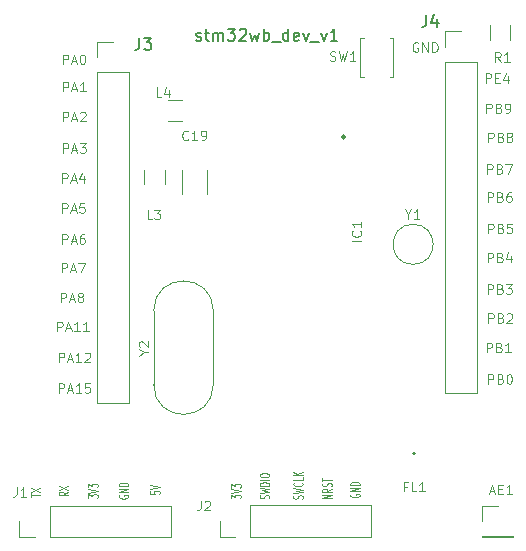
<source format=gto>
G04 #@! TF.GenerationSoftware,KiCad,Pcbnew,5.1.6-c6e7f7d~87~ubuntu18.04.1*
G04 #@! TF.CreationDate,2020-08-15T23:02:31+05:30*
G04 #@! TF.ProjectId,stm32wb_Dev_v1,73746d33-3277-4625-9f44-65765f76312e,rev?*
G04 #@! TF.SameCoordinates,Original*
G04 #@! TF.FileFunction,Legend,Top*
G04 #@! TF.FilePolarity,Positive*
%FSLAX46Y46*%
G04 Gerber Fmt 4.6, Leading zero omitted, Abs format (unit mm)*
G04 Created by KiCad (PCBNEW 5.1.6-c6e7f7d~87~ubuntu18.04.1) date 2020-08-15 23:02:31*
%MOMM*%
%LPD*%
G01*
G04 APERTURE LIST*
%ADD10C,0.200000*%
%ADD11C,0.100000*%
%ADD12C,0.250000*%
%ADD13C,0.120000*%
%ADD14C,0.150000*%
G04 APERTURE END LIST*
D10*
X99550649Y-51387641D02*
X99645887Y-51435260D01*
X99836363Y-51435260D01*
X99931601Y-51387641D01*
X99979220Y-51292403D01*
X99979220Y-51244784D01*
X99931601Y-51149546D01*
X99836363Y-51101927D01*
X99693506Y-51101927D01*
X99598268Y-51054308D01*
X99550649Y-50959070D01*
X99550649Y-50911451D01*
X99598268Y-50816213D01*
X99693506Y-50768594D01*
X99836363Y-50768594D01*
X99931601Y-50816213D01*
X100264935Y-50768594D02*
X100645887Y-50768594D01*
X100407792Y-50435260D02*
X100407792Y-51292403D01*
X100455411Y-51387641D01*
X100550649Y-51435260D01*
X100645887Y-51435260D01*
X100979220Y-51435260D02*
X100979220Y-50768594D01*
X100979220Y-50863832D02*
X101026840Y-50816213D01*
X101122078Y-50768594D01*
X101264935Y-50768594D01*
X101360173Y-50816213D01*
X101407792Y-50911451D01*
X101407792Y-51435260D01*
X101407792Y-50911451D02*
X101455411Y-50816213D01*
X101550649Y-50768594D01*
X101693506Y-50768594D01*
X101788744Y-50816213D01*
X101836363Y-50911451D01*
X101836363Y-51435260D01*
X102217316Y-50435260D02*
X102836363Y-50435260D01*
X102503030Y-50816213D01*
X102645887Y-50816213D01*
X102741125Y-50863832D01*
X102788744Y-50911451D01*
X102836363Y-51006689D01*
X102836363Y-51244784D01*
X102788744Y-51340022D01*
X102741125Y-51387641D01*
X102645887Y-51435260D01*
X102360173Y-51435260D01*
X102264935Y-51387641D01*
X102217316Y-51340022D01*
X103217316Y-50530499D02*
X103264935Y-50482880D01*
X103360173Y-50435260D01*
X103598268Y-50435260D01*
X103693506Y-50482880D01*
X103741125Y-50530499D01*
X103788744Y-50625737D01*
X103788744Y-50720975D01*
X103741125Y-50863832D01*
X103169697Y-51435260D01*
X103788744Y-51435260D01*
X104122078Y-50768594D02*
X104312554Y-51435260D01*
X104503030Y-50959070D01*
X104693506Y-51435260D01*
X104883982Y-50768594D01*
X105264935Y-51435260D02*
X105264935Y-50435260D01*
X105264935Y-50816213D02*
X105360173Y-50768594D01*
X105550649Y-50768594D01*
X105645887Y-50816213D01*
X105693506Y-50863832D01*
X105741125Y-50959070D01*
X105741125Y-51244784D01*
X105693506Y-51340022D01*
X105645887Y-51387641D01*
X105550649Y-51435260D01*
X105360173Y-51435260D01*
X105264935Y-51387641D01*
X105931601Y-51530499D02*
X106693506Y-51530499D01*
X107360173Y-51435260D02*
X107360173Y-50435260D01*
X107360173Y-51387641D02*
X107264935Y-51435260D01*
X107074459Y-51435260D01*
X106979220Y-51387641D01*
X106931601Y-51340022D01*
X106883982Y-51244784D01*
X106883982Y-50959070D01*
X106931601Y-50863832D01*
X106979220Y-50816213D01*
X107074459Y-50768594D01*
X107264935Y-50768594D01*
X107360173Y-50816213D01*
X108217316Y-51387641D02*
X108122078Y-51435260D01*
X107931601Y-51435260D01*
X107836363Y-51387641D01*
X107788744Y-51292403D01*
X107788744Y-50911451D01*
X107836363Y-50816213D01*
X107931601Y-50768594D01*
X108122078Y-50768594D01*
X108217316Y-50816213D01*
X108264935Y-50911451D01*
X108264935Y-51006689D01*
X107788744Y-51101927D01*
X108598268Y-50768594D02*
X108836363Y-51435260D01*
X109074459Y-50768594D01*
X109217316Y-51530499D02*
X109979220Y-51530499D01*
X110122078Y-50768594D02*
X110360173Y-51435260D01*
X110598268Y-50768594D01*
X111503030Y-51435260D02*
X110931601Y-51435260D01*
X111217316Y-51435260D02*
X111217316Y-50435260D01*
X111122078Y-50578118D01*
X111026840Y-50673356D01*
X110931601Y-50720975D01*
D11*
X111022084Y-90183708D02*
X110222084Y-90183708D01*
X111022084Y-89897994D01*
X110222084Y-89897994D01*
X111022084Y-89374184D02*
X110641132Y-89540851D01*
X111022084Y-89659899D02*
X110222084Y-89659899D01*
X110222084Y-89469422D01*
X110260180Y-89421803D01*
X110298275Y-89397994D01*
X110374465Y-89374184D01*
X110488751Y-89374184D01*
X110564941Y-89397994D01*
X110603037Y-89421803D01*
X110641132Y-89469422D01*
X110641132Y-89659899D01*
X110983989Y-89183708D02*
X111022084Y-89112280D01*
X111022084Y-88993232D01*
X110983989Y-88945613D01*
X110945894Y-88921803D01*
X110869703Y-88897994D01*
X110793513Y-88897994D01*
X110717322Y-88921803D01*
X110679227Y-88945613D01*
X110641132Y-88993232D01*
X110603037Y-89088470D01*
X110564941Y-89136089D01*
X110526846Y-89159899D01*
X110450656Y-89183708D01*
X110374465Y-89183708D01*
X110298275Y-89159899D01*
X110260180Y-89136089D01*
X110222084Y-89088470D01*
X110222084Y-88969422D01*
X110260180Y-88897994D01*
X110222084Y-88755137D02*
X110222084Y-88469422D01*
X111022084Y-88612280D02*
X110222084Y-88612280D01*
X108530349Y-90218912D02*
X108568444Y-90147483D01*
X108568444Y-90028436D01*
X108530349Y-89980817D01*
X108492254Y-89957007D01*
X108416063Y-89933198D01*
X108339873Y-89933198D01*
X108263682Y-89957007D01*
X108225587Y-89980817D01*
X108187492Y-90028436D01*
X108149397Y-90123674D01*
X108111301Y-90171293D01*
X108073206Y-90195102D01*
X107997016Y-90218912D01*
X107920825Y-90218912D01*
X107844635Y-90195102D01*
X107806540Y-90171293D01*
X107768444Y-90123674D01*
X107768444Y-90004626D01*
X107806540Y-89933198D01*
X107768444Y-89766531D02*
X108568444Y-89647483D01*
X107997016Y-89552245D01*
X108568444Y-89457007D01*
X107768444Y-89337960D01*
X108492254Y-88861769D02*
X108530349Y-88885579D01*
X108568444Y-88957007D01*
X108568444Y-89004626D01*
X108530349Y-89076055D01*
X108454159Y-89123674D01*
X108377968Y-89147483D01*
X108225587Y-89171293D01*
X108111301Y-89171293D01*
X107958920Y-89147483D01*
X107882730Y-89123674D01*
X107806540Y-89076055D01*
X107768444Y-89004626D01*
X107768444Y-88957007D01*
X107806540Y-88885579D01*
X107844635Y-88861769D01*
X108568444Y-88409388D02*
X108568444Y-88647483D01*
X107768444Y-88647483D01*
X108568444Y-88242721D02*
X107768444Y-88242721D01*
X108568444Y-87957007D02*
X108111301Y-88171293D01*
X107768444Y-87957007D02*
X108225587Y-88242721D01*
X105688089Y-90193203D02*
X105726184Y-90121775D01*
X105726184Y-90002727D01*
X105688089Y-89955108D01*
X105649994Y-89931299D01*
X105573803Y-89907489D01*
X105497613Y-89907489D01*
X105421422Y-89931299D01*
X105383327Y-89955108D01*
X105345232Y-90002727D01*
X105307137Y-90097965D01*
X105269041Y-90145584D01*
X105230946Y-90169394D01*
X105154756Y-90193203D01*
X105078565Y-90193203D01*
X105002375Y-90169394D01*
X104964280Y-90145584D01*
X104926184Y-90097965D01*
X104926184Y-89978918D01*
X104964280Y-89907489D01*
X104926184Y-89740822D02*
X105726184Y-89621775D01*
X105154756Y-89526537D01*
X105726184Y-89431299D01*
X104926184Y-89312251D01*
X105726184Y-89121775D02*
X104926184Y-89121775D01*
X104926184Y-89002727D01*
X104964280Y-88931299D01*
X105040470Y-88883680D01*
X105116660Y-88859870D01*
X105269041Y-88836060D01*
X105383327Y-88836060D01*
X105535708Y-88859870D01*
X105611899Y-88883680D01*
X105688089Y-88931299D01*
X105726184Y-89002727D01*
X105726184Y-89121775D01*
X105726184Y-88621775D02*
X104926184Y-88621775D01*
X104926184Y-88288441D02*
X104926184Y-88193203D01*
X104964280Y-88145584D01*
X105040470Y-88097965D01*
X105192851Y-88074156D01*
X105459518Y-88074156D01*
X105611899Y-88097965D01*
X105688089Y-88145584D01*
X105726184Y-88193203D01*
X105726184Y-88288441D01*
X105688089Y-88336060D01*
X105611899Y-88383680D01*
X105459518Y-88407489D01*
X105192851Y-88407489D01*
X105040470Y-88383680D01*
X104964280Y-88336060D01*
X104926184Y-88288441D01*
X102515724Y-90184527D02*
X102515724Y-89875003D01*
X102820486Y-90041670D01*
X102820486Y-89970241D01*
X102858581Y-89922622D01*
X102896677Y-89898813D01*
X102972867Y-89875003D01*
X103163343Y-89875003D01*
X103239534Y-89898813D01*
X103277629Y-89922622D01*
X103315724Y-89970241D01*
X103315724Y-90113099D01*
X103277629Y-90160718D01*
X103239534Y-90184527D01*
X102515724Y-89732146D02*
X103315724Y-89565480D01*
X102515724Y-89398813D01*
X102515724Y-89279765D02*
X102515724Y-88970241D01*
X102820486Y-89136908D01*
X102820486Y-89065480D01*
X102858581Y-89017860D01*
X102896677Y-88994051D01*
X102972867Y-88970241D01*
X103163343Y-88970241D01*
X103239534Y-88994051D01*
X103277629Y-89017860D01*
X103315724Y-89065480D01*
X103315724Y-89208337D01*
X103277629Y-89255956D01*
X103239534Y-89279765D01*
X95670424Y-89574358D02*
X95670424Y-89812453D01*
X96051377Y-89836262D01*
X96013281Y-89812453D01*
X95975186Y-89764834D01*
X95975186Y-89645786D01*
X96013281Y-89598167D01*
X96051377Y-89574358D01*
X96127567Y-89550548D01*
X96318043Y-89550548D01*
X96394234Y-89574358D01*
X96432329Y-89598167D01*
X96470424Y-89645786D01*
X96470424Y-89764834D01*
X96432329Y-89812453D01*
X96394234Y-89836262D01*
X95670424Y-89407691D02*
X96470424Y-89241024D01*
X95670424Y-89074358D01*
X112624920Y-89834672D02*
X112586824Y-89882291D01*
X112586824Y-89953720D01*
X112624920Y-90025148D01*
X112701110Y-90072767D01*
X112777300Y-90096577D01*
X112929681Y-90120386D01*
X113043967Y-90120386D01*
X113196348Y-90096577D01*
X113272539Y-90072767D01*
X113348729Y-90025148D01*
X113386824Y-89953720D01*
X113386824Y-89906100D01*
X113348729Y-89834672D01*
X113310634Y-89810862D01*
X113043967Y-89810862D01*
X113043967Y-89906100D01*
X113386824Y-89596577D02*
X112586824Y-89596577D01*
X113386824Y-89310862D01*
X112586824Y-89310862D01*
X113386824Y-89072767D02*
X112586824Y-89072767D01*
X112586824Y-88953720D01*
X112624920Y-88882291D01*
X112701110Y-88834672D01*
X112777300Y-88810862D01*
X112929681Y-88787053D01*
X113043967Y-88787053D01*
X113196348Y-88810862D01*
X113272539Y-88834672D01*
X113348729Y-88882291D01*
X113386824Y-88953720D01*
X113386824Y-89072767D01*
X93049140Y-89928652D02*
X93011044Y-89976271D01*
X93011044Y-90047700D01*
X93049140Y-90119128D01*
X93125330Y-90166747D01*
X93201520Y-90190557D01*
X93353901Y-90214366D01*
X93468187Y-90214366D01*
X93620568Y-90190557D01*
X93696759Y-90166747D01*
X93772949Y-90119128D01*
X93811044Y-90047700D01*
X93811044Y-90000080D01*
X93772949Y-89928652D01*
X93734854Y-89904842D01*
X93468187Y-89904842D01*
X93468187Y-90000080D01*
X93811044Y-89690557D02*
X93011044Y-89690557D01*
X93811044Y-89404842D01*
X93011044Y-89404842D01*
X93811044Y-89166747D02*
X93011044Y-89166747D01*
X93011044Y-89047700D01*
X93049140Y-88976271D01*
X93125330Y-88928652D01*
X93201520Y-88904842D01*
X93353901Y-88881033D01*
X93468187Y-88881033D01*
X93620568Y-88904842D01*
X93696759Y-88928652D01*
X93772949Y-88976271D01*
X93811044Y-89047700D01*
X93811044Y-89166747D01*
X90415164Y-90166747D02*
X90415164Y-89857223D01*
X90719926Y-90023890D01*
X90719926Y-89952461D01*
X90758021Y-89904842D01*
X90796117Y-89881033D01*
X90872307Y-89857223D01*
X91062783Y-89857223D01*
X91138974Y-89881033D01*
X91177069Y-89904842D01*
X91215164Y-89952461D01*
X91215164Y-90095319D01*
X91177069Y-90142938D01*
X91138974Y-90166747D01*
X90415164Y-89714366D02*
X91215164Y-89547700D01*
X90415164Y-89381033D01*
X90415164Y-89261985D02*
X90415164Y-88952461D01*
X90719926Y-89119128D01*
X90719926Y-89047700D01*
X90758021Y-89000080D01*
X90796117Y-88976271D01*
X90872307Y-88952461D01*
X91062783Y-88952461D01*
X91138974Y-88976271D01*
X91177069Y-89000080D01*
X91215164Y-89047700D01*
X91215164Y-89190557D01*
X91177069Y-89238176D01*
X91138974Y-89261985D01*
X85545984Y-90042952D02*
X85545984Y-89757238D01*
X86345984Y-89900095D02*
X85545984Y-89900095D01*
X85545984Y-89638190D02*
X86345984Y-89304857D01*
X85545984Y-89304857D02*
X86345984Y-89638190D01*
X88695484Y-89651353D02*
X88314532Y-89818020D01*
X88695484Y-89937067D02*
X87895484Y-89937067D01*
X87895484Y-89746591D01*
X87933580Y-89698972D01*
X87971675Y-89675162D01*
X88047865Y-89651353D01*
X88162151Y-89651353D01*
X88238341Y-89675162D01*
X88276437Y-89698972D01*
X88314532Y-89746591D01*
X88314532Y-89937067D01*
X87895484Y-89484686D02*
X88695484Y-89151353D01*
X87895484Y-89151353D02*
X88695484Y-89484686D01*
X118325976Y-51631900D02*
X118249785Y-51593804D01*
X118135500Y-51593804D01*
X118021214Y-51631900D01*
X117945023Y-51708090D01*
X117906928Y-51784280D01*
X117868833Y-51936661D01*
X117868833Y-52050947D01*
X117906928Y-52203328D01*
X117945023Y-52279519D01*
X118021214Y-52355709D01*
X118135500Y-52393804D01*
X118211690Y-52393804D01*
X118325976Y-52355709D01*
X118364071Y-52317614D01*
X118364071Y-52050947D01*
X118211690Y-52050947D01*
X118706928Y-52393804D02*
X118706928Y-51593804D01*
X119164071Y-52393804D01*
X119164071Y-51593804D01*
X119545023Y-52393804D02*
X119545023Y-51593804D01*
X119735500Y-51593804D01*
X119849785Y-51631900D01*
X119925976Y-51708090D01*
X119964071Y-51784280D01*
X120002166Y-51936661D01*
X120002166Y-52050947D01*
X119964071Y-52203328D01*
X119925976Y-52279519D01*
X119849785Y-52355709D01*
X119735500Y-52393804D01*
X119545023Y-52393804D01*
X124068959Y-55010004D02*
X124068959Y-54210004D01*
X124373720Y-54210004D01*
X124449911Y-54248100D01*
X124488006Y-54286195D01*
X124526101Y-54362385D01*
X124526101Y-54476671D01*
X124488006Y-54552861D01*
X124449911Y-54590957D01*
X124373720Y-54629052D01*
X124068959Y-54629052D01*
X124868959Y-54590957D02*
X125135625Y-54590957D01*
X125249911Y-55010004D02*
X124868959Y-55010004D01*
X124868959Y-54210004D01*
X125249911Y-54210004D01*
X125935625Y-54476671D02*
X125935625Y-55010004D01*
X125745149Y-54171909D02*
X125554673Y-54743338D01*
X126049911Y-54743338D01*
X124104523Y-57567784D02*
X124104523Y-56767784D01*
X124409285Y-56767784D01*
X124485476Y-56805880D01*
X124523571Y-56843975D01*
X124561666Y-56920165D01*
X124561666Y-57034451D01*
X124523571Y-57110641D01*
X124485476Y-57148737D01*
X124409285Y-57186832D01*
X124104523Y-57186832D01*
X125171190Y-57148737D02*
X125285476Y-57186832D01*
X125323571Y-57224927D01*
X125361666Y-57301118D01*
X125361666Y-57415403D01*
X125323571Y-57491594D01*
X125285476Y-57529689D01*
X125209285Y-57567784D01*
X124904523Y-57567784D01*
X124904523Y-56767784D01*
X125171190Y-56767784D01*
X125247380Y-56805880D01*
X125285476Y-56843975D01*
X125323571Y-56920165D01*
X125323571Y-56996356D01*
X125285476Y-57072546D01*
X125247380Y-57110641D01*
X125171190Y-57148737D01*
X124904523Y-57148737D01*
X125742619Y-57567784D02*
X125895000Y-57567784D01*
X125971190Y-57529689D01*
X126009285Y-57491594D01*
X126085476Y-57377308D01*
X126123571Y-57224927D01*
X126123571Y-56920165D01*
X126085476Y-56843975D01*
X126047380Y-56805880D01*
X125971190Y-56767784D01*
X125818809Y-56767784D01*
X125742619Y-56805880D01*
X125704523Y-56843975D01*
X125666428Y-56920165D01*
X125666428Y-57110641D01*
X125704523Y-57186832D01*
X125742619Y-57224927D01*
X125818809Y-57263022D01*
X125971190Y-57263022D01*
X126047380Y-57224927D01*
X126085476Y-57186832D01*
X126123571Y-57110641D01*
X124264543Y-60026504D02*
X124264543Y-59226504D01*
X124569305Y-59226504D01*
X124645496Y-59264600D01*
X124683591Y-59302695D01*
X124721686Y-59378885D01*
X124721686Y-59493171D01*
X124683591Y-59569361D01*
X124645496Y-59607457D01*
X124569305Y-59645552D01*
X124264543Y-59645552D01*
X125331210Y-59607457D02*
X125445496Y-59645552D01*
X125483591Y-59683647D01*
X125521686Y-59759838D01*
X125521686Y-59874123D01*
X125483591Y-59950314D01*
X125445496Y-59988409D01*
X125369305Y-60026504D01*
X125064543Y-60026504D01*
X125064543Y-59226504D01*
X125331210Y-59226504D01*
X125407400Y-59264600D01*
X125445496Y-59302695D01*
X125483591Y-59378885D01*
X125483591Y-59455076D01*
X125445496Y-59531266D01*
X125407400Y-59569361D01*
X125331210Y-59607457D01*
X125064543Y-59607457D01*
X125978829Y-59569361D02*
X125902639Y-59531266D01*
X125864543Y-59493171D01*
X125826448Y-59416980D01*
X125826448Y-59378885D01*
X125864543Y-59302695D01*
X125902639Y-59264600D01*
X125978829Y-59226504D01*
X126131210Y-59226504D01*
X126207400Y-59264600D01*
X126245496Y-59302695D01*
X126283591Y-59378885D01*
X126283591Y-59416980D01*
X126245496Y-59493171D01*
X126207400Y-59531266D01*
X126131210Y-59569361D01*
X125978829Y-59569361D01*
X125902639Y-59607457D01*
X125864543Y-59645552D01*
X125826448Y-59721742D01*
X125826448Y-59874123D01*
X125864543Y-59950314D01*
X125902639Y-59988409D01*
X125978829Y-60026504D01*
X126131210Y-60026504D01*
X126207400Y-59988409D01*
X126245496Y-59950314D01*
X126283591Y-59874123D01*
X126283591Y-59721742D01*
X126245496Y-59645552D01*
X126207400Y-59607457D01*
X126131210Y-59569361D01*
X124203583Y-62703664D02*
X124203583Y-61903664D01*
X124508345Y-61903664D01*
X124584536Y-61941760D01*
X124622631Y-61979855D01*
X124660726Y-62056045D01*
X124660726Y-62170331D01*
X124622631Y-62246521D01*
X124584536Y-62284617D01*
X124508345Y-62322712D01*
X124203583Y-62322712D01*
X125270250Y-62284617D02*
X125384536Y-62322712D01*
X125422631Y-62360807D01*
X125460726Y-62436998D01*
X125460726Y-62551283D01*
X125422631Y-62627474D01*
X125384536Y-62665569D01*
X125308345Y-62703664D01*
X125003583Y-62703664D01*
X125003583Y-61903664D01*
X125270250Y-61903664D01*
X125346440Y-61941760D01*
X125384536Y-61979855D01*
X125422631Y-62056045D01*
X125422631Y-62132236D01*
X125384536Y-62208426D01*
X125346440Y-62246521D01*
X125270250Y-62284617D01*
X125003583Y-62284617D01*
X125727393Y-61903664D02*
X126260726Y-61903664D01*
X125917869Y-62703664D01*
X124236603Y-65091264D02*
X124236603Y-64291264D01*
X124541365Y-64291264D01*
X124617556Y-64329360D01*
X124655651Y-64367455D01*
X124693746Y-64443645D01*
X124693746Y-64557931D01*
X124655651Y-64634121D01*
X124617556Y-64672217D01*
X124541365Y-64710312D01*
X124236603Y-64710312D01*
X125303270Y-64672217D02*
X125417556Y-64710312D01*
X125455651Y-64748407D01*
X125493746Y-64824598D01*
X125493746Y-64938883D01*
X125455651Y-65015074D01*
X125417556Y-65053169D01*
X125341365Y-65091264D01*
X125036603Y-65091264D01*
X125036603Y-64291264D01*
X125303270Y-64291264D01*
X125379460Y-64329360D01*
X125417556Y-64367455D01*
X125455651Y-64443645D01*
X125455651Y-64519836D01*
X125417556Y-64596026D01*
X125379460Y-64634121D01*
X125303270Y-64672217D01*
X125036603Y-64672217D01*
X126179460Y-64291264D02*
X126027080Y-64291264D01*
X125950889Y-64329360D01*
X125912794Y-64367455D01*
X125836603Y-64481740D01*
X125798508Y-64634121D01*
X125798508Y-64938883D01*
X125836603Y-65015074D01*
X125874699Y-65053169D01*
X125950889Y-65091264D01*
X126103270Y-65091264D01*
X126179460Y-65053169D01*
X126217556Y-65015074D01*
X126255651Y-64938883D01*
X126255651Y-64748407D01*
X126217556Y-64672217D01*
X126179460Y-64634121D01*
X126103270Y-64596026D01*
X125950889Y-64596026D01*
X125874699Y-64634121D01*
X125836603Y-64672217D01*
X125798508Y-64748407D01*
X124272163Y-67745564D02*
X124272163Y-66945564D01*
X124576925Y-66945564D01*
X124653116Y-66983660D01*
X124691211Y-67021755D01*
X124729306Y-67097945D01*
X124729306Y-67212231D01*
X124691211Y-67288421D01*
X124653116Y-67326517D01*
X124576925Y-67364612D01*
X124272163Y-67364612D01*
X125338830Y-67326517D02*
X125453116Y-67364612D01*
X125491211Y-67402707D01*
X125529306Y-67478898D01*
X125529306Y-67593183D01*
X125491211Y-67669374D01*
X125453116Y-67707469D01*
X125376925Y-67745564D01*
X125072163Y-67745564D01*
X125072163Y-66945564D01*
X125338830Y-66945564D01*
X125415020Y-66983660D01*
X125453116Y-67021755D01*
X125491211Y-67097945D01*
X125491211Y-67174136D01*
X125453116Y-67250326D01*
X125415020Y-67288421D01*
X125338830Y-67326517D01*
X125072163Y-67326517D01*
X126253116Y-66945564D02*
X125872163Y-66945564D01*
X125834068Y-67326517D01*
X125872163Y-67288421D01*
X125948354Y-67250326D01*
X126138830Y-67250326D01*
X126215020Y-67288421D01*
X126253116Y-67326517D01*
X126291211Y-67402707D01*
X126291211Y-67593183D01*
X126253116Y-67669374D01*
X126215020Y-67707469D01*
X126138830Y-67745564D01*
X125948354Y-67745564D01*
X125872163Y-67707469D01*
X125834068Y-67669374D01*
X124236603Y-70196664D02*
X124236603Y-69396664D01*
X124541365Y-69396664D01*
X124617556Y-69434760D01*
X124655651Y-69472855D01*
X124693746Y-69549045D01*
X124693746Y-69663331D01*
X124655651Y-69739521D01*
X124617556Y-69777617D01*
X124541365Y-69815712D01*
X124236603Y-69815712D01*
X125303270Y-69777617D02*
X125417556Y-69815712D01*
X125455651Y-69853807D01*
X125493746Y-69929998D01*
X125493746Y-70044283D01*
X125455651Y-70120474D01*
X125417556Y-70158569D01*
X125341365Y-70196664D01*
X125036603Y-70196664D01*
X125036603Y-69396664D01*
X125303270Y-69396664D01*
X125379460Y-69434760D01*
X125417556Y-69472855D01*
X125455651Y-69549045D01*
X125455651Y-69625236D01*
X125417556Y-69701426D01*
X125379460Y-69739521D01*
X125303270Y-69777617D01*
X125036603Y-69777617D01*
X126179460Y-69663331D02*
X126179460Y-70196664D01*
X125988984Y-69358569D02*
X125798508Y-69929998D01*
X126293746Y-69929998D01*
X124272163Y-75340164D02*
X124272163Y-74540164D01*
X124576925Y-74540164D01*
X124653116Y-74578260D01*
X124691211Y-74616355D01*
X124729306Y-74692545D01*
X124729306Y-74806831D01*
X124691211Y-74883021D01*
X124653116Y-74921117D01*
X124576925Y-74959212D01*
X124272163Y-74959212D01*
X125338830Y-74921117D02*
X125453116Y-74959212D01*
X125491211Y-74997307D01*
X125529306Y-75073498D01*
X125529306Y-75187783D01*
X125491211Y-75263974D01*
X125453116Y-75302069D01*
X125376925Y-75340164D01*
X125072163Y-75340164D01*
X125072163Y-74540164D01*
X125338830Y-74540164D01*
X125415020Y-74578260D01*
X125453116Y-74616355D01*
X125491211Y-74692545D01*
X125491211Y-74768736D01*
X125453116Y-74844926D01*
X125415020Y-74883021D01*
X125338830Y-74921117D01*
X125072163Y-74921117D01*
X125834068Y-74616355D02*
X125872163Y-74578260D01*
X125948354Y-74540164D01*
X126138830Y-74540164D01*
X126215020Y-74578260D01*
X126253116Y-74616355D01*
X126291211Y-74692545D01*
X126291211Y-74768736D01*
X126253116Y-74883021D01*
X125795973Y-75340164D01*
X126291211Y-75340164D01*
X124236603Y-72856044D02*
X124236603Y-72056044D01*
X124541365Y-72056044D01*
X124617556Y-72094140D01*
X124655651Y-72132235D01*
X124693746Y-72208425D01*
X124693746Y-72322711D01*
X124655651Y-72398901D01*
X124617556Y-72436997D01*
X124541365Y-72475092D01*
X124236603Y-72475092D01*
X125303270Y-72436997D02*
X125417556Y-72475092D01*
X125455651Y-72513187D01*
X125493746Y-72589378D01*
X125493746Y-72703663D01*
X125455651Y-72779854D01*
X125417556Y-72817949D01*
X125341365Y-72856044D01*
X125036603Y-72856044D01*
X125036603Y-72056044D01*
X125303270Y-72056044D01*
X125379460Y-72094140D01*
X125417556Y-72132235D01*
X125455651Y-72208425D01*
X125455651Y-72284616D01*
X125417556Y-72360806D01*
X125379460Y-72398901D01*
X125303270Y-72436997D01*
X125036603Y-72436997D01*
X125760413Y-72056044D02*
X126255651Y-72056044D01*
X125988984Y-72360806D01*
X126103270Y-72360806D01*
X126179460Y-72398901D01*
X126217556Y-72436997D01*
X126255651Y-72513187D01*
X126255651Y-72703663D01*
X126217556Y-72779854D01*
X126179460Y-72817949D01*
X126103270Y-72856044D01*
X125874699Y-72856044D01*
X125798508Y-72817949D01*
X125760413Y-72779854D01*
X124142623Y-77809044D02*
X124142623Y-77009044D01*
X124447385Y-77009044D01*
X124523576Y-77047140D01*
X124561671Y-77085235D01*
X124599766Y-77161425D01*
X124599766Y-77275711D01*
X124561671Y-77351901D01*
X124523576Y-77389997D01*
X124447385Y-77428092D01*
X124142623Y-77428092D01*
X125209290Y-77389997D02*
X125323576Y-77428092D01*
X125361671Y-77466187D01*
X125399766Y-77542378D01*
X125399766Y-77656663D01*
X125361671Y-77732854D01*
X125323576Y-77770949D01*
X125247385Y-77809044D01*
X124942623Y-77809044D01*
X124942623Y-77009044D01*
X125209290Y-77009044D01*
X125285480Y-77047140D01*
X125323576Y-77085235D01*
X125361671Y-77161425D01*
X125361671Y-77237616D01*
X125323576Y-77313806D01*
X125285480Y-77351901D01*
X125209290Y-77389997D01*
X124942623Y-77389997D01*
X126161671Y-77809044D02*
X125704528Y-77809044D01*
X125933100Y-77809044D02*
X125933100Y-77009044D01*
X125856909Y-77123330D01*
X125780719Y-77199520D01*
X125704528Y-77237616D01*
X124259463Y-80470964D02*
X124259463Y-79670964D01*
X124564225Y-79670964D01*
X124640416Y-79709060D01*
X124678511Y-79747155D01*
X124716606Y-79823345D01*
X124716606Y-79937631D01*
X124678511Y-80013821D01*
X124640416Y-80051917D01*
X124564225Y-80090012D01*
X124259463Y-80090012D01*
X125326130Y-80051917D02*
X125440416Y-80090012D01*
X125478511Y-80128107D01*
X125516606Y-80204298D01*
X125516606Y-80318583D01*
X125478511Y-80394774D01*
X125440416Y-80432869D01*
X125364225Y-80470964D01*
X125059463Y-80470964D01*
X125059463Y-79670964D01*
X125326130Y-79670964D01*
X125402320Y-79709060D01*
X125440416Y-79747155D01*
X125478511Y-79823345D01*
X125478511Y-79899536D01*
X125440416Y-79975726D01*
X125402320Y-80013821D01*
X125326130Y-80051917D01*
X125059463Y-80051917D01*
X126011844Y-79670964D02*
X126088035Y-79670964D01*
X126164225Y-79709060D01*
X126202320Y-79747155D01*
X126240416Y-79823345D01*
X126278511Y-79975726D01*
X126278511Y-80166202D01*
X126240416Y-80318583D01*
X126202320Y-80394774D01*
X126164225Y-80432869D01*
X126088035Y-80470964D01*
X126011844Y-80470964D01*
X125935654Y-80432869D01*
X125897559Y-80394774D01*
X125859463Y-80318583D01*
X125821368Y-80166202D01*
X125821368Y-79975726D01*
X125859463Y-79823345D01*
X125897559Y-79747155D01*
X125935654Y-79709060D01*
X126011844Y-79670964D01*
X87908294Y-81245664D02*
X87908294Y-80445664D01*
X88213056Y-80445664D01*
X88289246Y-80483760D01*
X88327341Y-80521855D01*
X88365437Y-80598045D01*
X88365437Y-80712331D01*
X88327341Y-80788521D01*
X88289246Y-80826617D01*
X88213056Y-80864712D01*
X87908294Y-80864712D01*
X88670199Y-81017093D02*
X89051151Y-81017093D01*
X88594008Y-81245664D02*
X88860675Y-80445664D01*
X89127341Y-81245664D01*
X89813056Y-81245664D02*
X89355913Y-81245664D01*
X89584484Y-81245664D02*
X89584484Y-80445664D01*
X89508294Y-80559950D01*
X89432103Y-80636140D01*
X89355913Y-80674236D01*
X90536865Y-80445664D02*
X90155913Y-80445664D01*
X90117818Y-80826617D01*
X90155913Y-80788521D01*
X90232103Y-80750426D01*
X90422580Y-80750426D01*
X90498770Y-80788521D01*
X90536865Y-80826617D01*
X90574960Y-80902807D01*
X90574960Y-81093283D01*
X90536865Y-81169474D01*
X90498770Y-81207569D01*
X90422580Y-81245664D01*
X90232103Y-81245664D01*
X90155913Y-81207569D01*
X90117818Y-81169474D01*
X87898134Y-78649784D02*
X87898134Y-77849784D01*
X88202896Y-77849784D01*
X88279086Y-77887880D01*
X88317181Y-77925975D01*
X88355277Y-78002165D01*
X88355277Y-78116451D01*
X88317181Y-78192641D01*
X88279086Y-78230737D01*
X88202896Y-78268832D01*
X87898134Y-78268832D01*
X88660039Y-78421213D02*
X89040991Y-78421213D01*
X88583848Y-78649784D02*
X88850515Y-77849784D01*
X89117181Y-78649784D01*
X89802896Y-78649784D02*
X89345753Y-78649784D01*
X89574324Y-78649784D02*
X89574324Y-77849784D01*
X89498134Y-77964070D01*
X89421943Y-78040260D01*
X89345753Y-78078356D01*
X90107658Y-77925975D02*
X90145753Y-77887880D01*
X90221943Y-77849784D01*
X90412420Y-77849784D01*
X90488610Y-77887880D01*
X90526705Y-77925975D01*
X90564800Y-78002165D01*
X90564800Y-78078356D01*
X90526705Y-78192641D01*
X90069562Y-78649784D01*
X90564800Y-78649784D01*
X87773674Y-76041204D02*
X87773674Y-75241204D01*
X88078436Y-75241204D01*
X88154626Y-75279300D01*
X88192721Y-75317395D01*
X88230817Y-75393585D01*
X88230817Y-75507871D01*
X88192721Y-75584061D01*
X88154626Y-75622157D01*
X88078436Y-75660252D01*
X87773674Y-75660252D01*
X88535579Y-75812633D02*
X88916531Y-75812633D01*
X88459388Y-76041204D02*
X88726055Y-75241204D01*
X88992721Y-76041204D01*
X89678436Y-76041204D02*
X89221293Y-76041204D01*
X89449864Y-76041204D02*
X89449864Y-75241204D01*
X89373674Y-75355490D01*
X89297483Y-75431680D01*
X89221293Y-75469776D01*
X90440340Y-76041204D02*
X89983198Y-76041204D01*
X90211769Y-76041204D02*
X90211769Y-75241204D01*
X90135579Y-75355490D01*
X90059388Y-75431680D01*
X89983198Y-75469776D01*
X88086046Y-73574864D02*
X88086046Y-72774864D01*
X88390808Y-72774864D01*
X88466999Y-72812960D01*
X88505094Y-72851055D01*
X88543189Y-72927245D01*
X88543189Y-73041531D01*
X88505094Y-73117721D01*
X88466999Y-73155817D01*
X88390808Y-73193912D01*
X88086046Y-73193912D01*
X88847951Y-73346293D02*
X89228903Y-73346293D01*
X88771760Y-73574864D02*
X89038427Y-72774864D01*
X89305094Y-73574864D01*
X89686046Y-73117721D02*
X89609856Y-73079626D01*
X89571760Y-73041531D01*
X89533665Y-72965340D01*
X89533665Y-72927245D01*
X89571760Y-72851055D01*
X89609856Y-72812960D01*
X89686046Y-72774864D01*
X89838427Y-72774864D01*
X89914618Y-72812960D01*
X89952713Y-72851055D01*
X89990808Y-72927245D01*
X89990808Y-72965340D01*
X89952713Y-73041531D01*
X89914618Y-73079626D01*
X89838427Y-73117721D01*
X89686046Y-73117721D01*
X89609856Y-73155817D01*
X89571760Y-73193912D01*
X89533665Y-73270102D01*
X89533665Y-73422483D01*
X89571760Y-73498674D01*
X89609856Y-73536769D01*
X89686046Y-73574864D01*
X89838427Y-73574864D01*
X89914618Y-73536769D01*
X89952713Y-73498674D01*
X89990808Y-73422483D01*
X89990808Y-73270102D01*
X89952713Y-73193912D01*
X89914618Y-73155817D01*
X89838427Y-73117721D01*
X88154626Y-71055184D02*
X88154626Y-70255184D01*
X88459388Y-70255184D01*
X88535579Y-70293280D01*
X88573674Y-70331375D01*
X88611769Y-70407565D01*
X88611769Y-70521851D01*
X88573674Y-70598041D01*
X88535579Y-70636137D01*
X88459388Y-70674232D01*
X88154626Y-70674232D01*
X88916531Y-70826613D02*
X89297483Y-70826613D01*
X88840340Y-71055184D02*
X89107007Y-70255184D01*
X89373674Y-71055184D01*
X89564150Y-70255184D02*
X90097483Y-70255184D01*
X89754626Y-71055184D01*
X88223206Y-68637104D02*
X88223206Y-67837104D01*
X88527968Y-67837104D01*
X88604159Y-67875200D01*
X88642254Y-67913295D01*
X88680349Y-67989485D01*
X88680349Y-68103771D01*
X88642254Y-68179961D01*
X88604159Y-68218057D01*
X88527968Y-68256152D01*
X88223206Y-68256152D01*
X88985111Y-68408533D02*
X89366063Y-68408533D01*
X88908920Y-68637104D02*
X89175587Y-67837104D01*
X89442254Y-68637104D01*
X90051778Y-67837104D02*
X89899397Y-67837104D01*
X89823206Y-67875200D01*
X89785111Y-67913295D01*
X89708920Y-68027580D01*
X89670825Y-68179961D01*
X89670825Y-68484723D01*
X89708920Y-68560914D01*
X89747016Y-68599009D01*
X89823206Y-68637104D01*
X89975587Y-68637104D01*
X90051778Y-68599009D01*
X90089873Y-68560914D01*
X90127968Y-68484723D01*
X90127968Y-68294247D01*
X90089873Y-68218057D01*
X90051778Y-68179961D01*
X89975587Y-68141866D01*
X89823206Y-68141866D01*
X89747016Y-68179961D01*
X89708920Y-68218057D01*
X89670825Y-68294247D01*
X88207966Y-66008204D02*
X88207966Y-65208204D01*
X88512728Y-65208204D01*
X88588919Y-65246300D01*
X88627014Y-65284395D01*
X88665109Y-65360585D01*
X88665109Y-65474871D01*
X88627014Y-65551061D01*
X88588919Y-65589157D01*
X88512728Y-65627252D01*
X88207966Y-65627252D01*
X88969871Y-65779633D02*
X89350823Y-65779633D01*
X88893680Y-66008204D02*
X89160347Y-65208204D01*
X89427014Y-66008204D01*
X90074633Y-65208204D02*
X89693680Y-65208204D01*
X89655585Y-65589157D01*
X89693680Y-65551061D01*
X89769871Y-65512966D01*
X89960347Y-65512966D01*
X90036538Y-65551061D01*
X90074633Y-65589157D01*
X90112728Y-65665347D01*
X90112728Y-65855823D01*
X90074633Y-65932014D01*
X90036538Y-65970109D01*
X89960347Y-66008204D01*
X89769871Y-66008204D01*
X89693680Y-65970109D01*
X89655585Y-65932014D01*
X88215586Y-63458044D02*
X88215586Y-62658044D01*
X88520348Y-62658044D01*
X88596539Y-62696140D01*
X88634634Y-62734235D01*
X88672729Y-62810425D01*
X88672729Y-62924711D01*
X88634634Y-63000901D01*
X88596539Y-63038997D01*
X88520348Y-63077092D01*
X88215586Y-63077092D01*
X88977491Y-63229473D02*
X89358443Y-63229473D01*
X88901300Y-63458044D02*
X89167967Y-62658044D01*
X89434634Y-63458044D01*
X90044158Y-62924711D02*
X90044158Y-63458044D01*
X89853681Y-62619949D02*
X89663205Y-63191378D01*
X90158443Y-63191378D01*
X88274006Y-60925664D02*
X88274006Y-60125664D01*
X88578768Y-60125664D01*
X88654959Y-60163760D01*
X88693054Y-60201855D01*
X88731149Y-60278045D01*
X88731149Y-60392331D01*
X88693054Y-60468521D01*
X88654959Y-60506617D01*
X88578768Y-60544712D01*
X88274006Y-60544712D01*
X89035911Y-60697093D02*
X89416863Y-60697093D01*
X88959720Y-60925664D02*
X89226387Y-60125664D01*
X89493054Y-60925664D01*
X89683530Y-60125664D02*
X90178768Y-60125664D01*
X89912101Y-60430426D01*
X90026387Y-60430426D01*
X90102578Y-60468521D01*
X90140673Y-60506617D01*
X90178768Y-60582807D01*
X90178768Y-60773283D01*
X90140673Y-60849474D01*
X90102578Y-60887569D01*
X90026387Y-60925664D01*
X89797816Y-60925664D01*
X89721625Y-60887569D01*
X89683530Y-60849474D01*
X88274006Y-58278984D02*
X88274006Y-57478984D01*
X88578768Y-57478984D01*
X88654959Y-57517080D01*
X88693054Y-57555175D01*
X88731149Y-57631365D01*
X88731149Y-57745651D01*
X88693054Y-57821841D01*
X88654959Y-57859937D01*
X88578768Y-57898032D01*
X88274006Y-57898032D01*
X89035911Y-58050413D02*
X89416863Y-58050413D01*
X88959720Y-58278984D02*
X89226387Y-57478984D01*
X89493054Y-58278984D01*
X89721625Y-57555175D02*
X89759720Y-57517080D01*
X89835911Y-57478984D01*
X90026387Y-57478984D01*
X90102578Y-57517080D01*
X90140673Y-57555175D01*
X90178768Y-57631365D01*
X90178768Y-57707556D01*
X90140673Y-57821841D01*
X89683530Y-58278984D01*
X90178768Y-58278984D01*
X88274006Y-55746604D02*
X88274006Y-54946604D01*
X88578768Y-54946604D01*
X88654959Y-54984700D01*
X88693054Y-55022795D01*
X88731149Y-55098985D01*
X88731149Y-55213271D01*
X88693054Y-55289461D01*
X88654959Y-55327557D01*
X88578768Y-55365652D01*
X88274006Y-55365652D01*
X89035911Y-55518033D02*
X89416863Y-55518033D01*
X88959720Y-55746604D02*
X89226387Y-54946604D01*
X89493054Y-55746604D01*
X90178768Y-55746604D02*
X89721625Y-55746604D01*
X89950197Y-55746604D02*
X89950197Y-54946604D01*
X89874006Y-55060890D01*
X89797816Y-55137080D01*
X89721625Y-55175176D01*
X88243526Y-53417424D02*
X88243526Y-52617424D01*
X88548288Y-52617424D01*
X88624479Y-52655520D01*
X88662574Y-52693615D01*
X88700669Y-52769805D01*
X88700669Y-52884091D01*
X88662574Y-52960281D01*
X88624479Y-52998377D01*
X88548288Y-53036472D01*
X88243526Y-53036472D01*
X89005431Y-53188853D02*
X89386383Y-53188853D01*
X88929240Y-53417424D02*
X89195907Y-52617424D01*
X89462574Y-53417424D01*
X89881621Y-52617424D02*
X89957812Y-52617424D01*
X90034002Y-52655520D01*
X90072098Y-52693615D01*
X90110193Y-52769805D01*
X90148288Y-52922186D01*
X90148288Y-53112662D01*
X90110193Y-53265043D01*
X90072098Y-53341234D01*
X90034002Y-53379329D01*
X89957812Y-53417424D01*
X89881621Y-53417424D01*
X89805431Y-53379329D01*
X89767336Y-53341234D01*
X89729240Y-53265043D01*
X89691145Y-53112662D01*
X89691145Y-52922186D01*
X89729240Y-52769805D01*
X89767336Y-52693615D01*
X89805431Y-52655520D01*
X89881621Y-52617424D01*
D10*
X118101000Y-86398100D02*
G75*
G03*
X118101000Y-86398100I-100000J0D01*
G01*
D12*
X112151000Y-59597600D02*
G75*
G03*
X112151000Y-59597600I-125000J0D01*
G01*
D13*
X100422900Y-64405000D02*
X100422900Y-62405000D01*
X98382900Y-62405000D02*
X98382900Y-64405000D01*
X123737000Y-90800900D02*
X125067000Y-90800900D01*
X123737000Y-92130900D02*
X123737000Y-90800900D01*
X123737000Y-93400900D02*
X126397000Y-93400900D01*
X126397000Y-93400900D02*
X126397000Y-93460900D01*
X123737000Y-93400900D02*
X123737000Y-93460900D01*
X123737000Y-93460900D02*
X126397000Y-93460900D01*
X97395300Y-93481200D02*
X97395300Y-90821200D01*
X87175300Y-93481200D02*
X97395300Y-93481200D01*
X87175300Y-90821200D02*
X97395300Y-90821200D01*
X87175300Y-93481200D02*
X87175300Y-90821200D01*
X85905300Y-93481200D02*
X84575300Y-93481200D01*
X84575300Y-93481200D02*
X84575300Y-92151200D01*
X101532000Y-93445600D02*
X101532000Y-92115600D01*
X102862000Y-93445600D02*
X101532000Y-93445600D01*
X104132000Y-93445600D02*
X104132000Y-90785600D01*
X104132000Y-90785600D02*
X114352000Y-90785600D01*
X104132000Y-93445600D02*
X114352000Y-93445600D01*
X114352000Y-93445600D02*
X114352000Y-90785600D01*
X91184400Y-51519800D02*
X92514400Y-51519800D01*
X91184400Y-52849800D02*
X91184400Y-51519800D01*
X91184400Y-54119800D02*
X93844400Y-54119800D01*
X93844400Y-54119800D02*
X93844400Y-82119800D01*
X91184400Y-54119800D02*
X91184400Y-82119800D01*
X91184400Y-82119800D02*
X93844400Y-82119800D01*
X120623000Y-81238400D02*
X123283000Y-81238400D01*
X120623000Y-53238400D02*
X120623000Y-81238400D01*
X123283000Y-53238400D02*
X123283000Y-81238400D01*
X120623000Y-53238400D02*
X123283000Y-53238400D01*
X120623000Y-51968400D02*
X120623000Y-50638400D01*
X120623000Y-50638400D02*
X121953000Y-50638400D01*
X96884400Y-62357700D02*
X96884400Y-63557700D01*
X95124400Y-63557700D02*
X95124400Y-62357700D01*
X98348100Y-58235700D02*
X97148100Y-58235700D01*
X97148100Y-56475700D02*
X98348100Y-56475700D01*
X126143000Y-50154300D02*
X126143000Y-51354300D01*
X124383000Y-51354300D02*
X124383000Y-50154300D01*
X113428000Y-51257500D02*
X113728000Y-51257500D01*
X113428000Y-54557500D02*
X113428000Y-51257500D01*
X113728000Y-54557500D02*
X113428000Y-54557500D01*
X116228000Y-51257500D02*
X115928000Y-51257500D01*
X116228000Y-54557500D02*
X116228000Y-51257500D01*
X115928000Y-54557500D02*
X116228000Y-54557500D01*
X117912000Y-70389300D02*
G75*
G02*
X117912000Y-66989300I0J1700000D01*
G01*
X117912000Y-70389300D02*
G75*
G03*
X117912000Y-66989300I0J1700000D01*
G01*
X95945700Y-74308300D02*
X95945700Y-80558300D01*
X100995700Y-74308300D02*
X100995700Y-80558300D01*
X95945700Y-80558300D02*
G75*
G03*
X100995700Y-80558300I2525000J0D01*
G01*
X95945700Y-74308300D02*
G75*
G02*
X100995700Y-74308300I2525000J0D01*
G01*
D11*
X117395283Y-89194637D02*
X117128617Y-89194637D01*
X117128617Y-89613684D02*
X117128617Y-88813684D01*
X117509569Y-88813684D01*
X118195283Y-89613684D02*
X117814331Y-89613684D01*
X117814331Y-88813684D01*
X118880998Y-89613684D02*
X118423855Y-89613684D01*
X118652426Y-89613684D02*
X118652426Y-88813684D01*
X118576236Y-88927970D01*
X118500045Y-89004160D01*
X118423855Y-89042256D01*
X113507904Y-68368552D02*
X112707904Y-68368552D01*
X113431714Y-67530457D02*
X113469809Y-67568552D01*
X113507904Y-67682838D01*
X113507904Y-67759028D01*
X113469809Y-67873314D01*
X113393619Y-67949504D01*
X113317428Y-67987600D01*
X113165047Y-68025695D01*
X113050761Y-68025695D01*
X112898380Y-67987600D01*
X112822190Y-67949504D01*
X112746000Y-67873314D01*
X112707904Y-67759028D01*
X112707904Y-67682838D01*
X112746000Y-67568552D01*
X112784095Y-67530457D01*
X113507904Y-66768552D02*
X113507904Y-67225695D01*
X113507904Y-66997123D02*
X112707904Y-66997123D01*
X112822190Y-67073314D01*
X112898380Y-67149504D01*
X112936476Y-67225695D01*
X98868294Y-59774794D02*
X98830199Y-59812889D01*
X98715913Y-59850984D01*
X98639722Y-59850984D01*
X98525437Y-59812889D01*
X98449246Y-59736699D01*
X98411151Y-59660508D01*
X98373056Y-59508127D01*
X98373056Y-59393841D01*
X98411151Y-59241460D01*
X98449246Y-59165270D01*
X98525437Y-59089080D01*
X98639722Y-59050984D01*
X98715913Y-59050984D01*
X98830199Y-59089080D01*
X98868294Y-59127175D01*
X99630199Y-59850984D02*
X99173056Y-59850984D01*
X99401627Y-59850984D02*
X99401627Y-59050984D01*
X99325437Y-59165270D01*
X99249246Y-59241460D01*
X99173056Y-59279556D01*
X100011151Y-59850984D02*
X100163532Y-59850984D01*
X100239722Y-59812889D01*
X100277818Y-59774794D01*
X100354008Y-59660508D01*
X100392103Y-59508127D01*
X100392103Y-59203365D01*
X100354008Y-59127175D01*
X100315913Y-59089080D01*
X100239722Y-59050984D01*
X100087341Y-59050984D01*
X100011151Y-59089080D01*
X99973056Y-59127175D01*
X99934960Y-59203365D01*
X99934960Y-59393841D01*
X99973056Y-59470032D01*
X100011151Y-59508127D01*
X100087341Y-59546222D01*
X100239722Y-59546222D01*
X100315913Y-59508127D01*
X100354008Y-59470032D01*
X100392103Y-59393841D01*
X124418146Y-89602313D02*
X124799099Y-89602313D01*
X124341956Y-89830884D02*
X124608622Y-89030884D01*
X124875289Y-89830884D01*
X125141956Y-89411837D02*
X125408622Y-89411837D01*
X125522908Y-89830884D02*
X125141956Y-89830884D01*
X125141956Y-89030884D01*
X125522908Y-89030884D01*
X126284813Y-89830884D02*
X125827670Y-89830884D01*
X126056241Y-89830884D02*
X126056241Y-89030884D01*
X125980051Y-89145170D01*
X125903860Y-89221360D01*
X125827670Y-89259456D01*
X84353433Y-89241684D02*
X84353433Y-89813113D01*
X84315338Y-89927399D01*
X84239147Y-90003589D01*
X84124861Y-90041684D01*
X84048671Y-90041684D01*
X85153433Y-90041684D02*
X84696290Y-90041684D01*
X84924861Y-90041684D02*
X84924861Y-89241684D01*
X84848671Y-89355970D01*
X84772480Y-89432160D01*
X84696290Y-89470256D01*
X99936333Y-90402464D02*
X99936333Y-90973893D01*
X99898238Y-91088179D01*
X99822047Y-91164369D01*
X99707761Y-91202464D01*
X99631571Y-91202464D01*
X100279190Y-90478655D02*
X100317285Y-90440560D01*
X100393476Y-90402464D01*
X100583952Y-90402464D01*
X100660142Y-90440560D01*
X100698238Y-90478655D01*
X100736333Y-90554845D01*
X100736333Y-90631036D01*
X100698238Y-90745321D01*
X100241095Y-91202464D01*
X100736333Y-91202464D01*
D14*
X94743926Y-51207440D02*
X94743926Y-51921726D01*
X94696307Y-52064583D01*
X94601069Y-52159821D01*
X94458212Y-52207440D01*
X94362974Y-52207440D01*
X95124879Y-51207440D02*
X95743926Y-51207440D01*
X95410593Y-51588393D01*
X95553450Y-51588393D01*
X95648688Y-51636012D01*
X95696307Y-51683631D01*
X95743926Y-51778869D01*
X95743926Y-52016964D01*
X95696307Y-52112202D01*
X95648688Y-52159821D01*
X95553450Y-52207440D01*
X95267736Y-52207440D01*
X95172498Y-52159821D01*
X95124879Y-52112202D01*
X119036506Y-49256700D02*
X119036506Y-49970986D01*
X118988887Y-50113843D01*
X118893649Y-50209081D01*
X118750792Y-50256700D01*
X118655554Y-50256700D01*
X119941268Y-49590034D02*
X119941268Y-50256700D01*
X119703173Y-49209081D02*
X119465078Y-49923367D01*
X120084125Y-49923367D01*
D11*
X95807566Y-66561924D02*
X95426614Y-66561924D01*
X95426614Y-65761924D01*
X95998042Y-65761924D02*
X96493280Y-65761924D01*
X96226614Y-66066686D01*
X96340900Y-66066686D01*
X96417090Y-66104781D01*
X96455185Y-66142877D01*
X96493280Y-66219067D01*
X96493280Y-66409543D01*
X96455185Y-66485734D01*
X96417090Y-66523829D01*
X96340900Y-66561924D01*
X96112328Y-66561924D01*
X96036138Y-66523829D01*
X95998042Y-66485734D01*
X96605106Y-56188524D02*
X96224154Y-56188524D01*
X96224154Y-55388524D01*
X97214630Y-55655191D02*
X97214630Y-56188524D01*
X97024154Y-55350429D02*
X96833678Y-55921858D01*
X97328916Y-55921858D01*
X125322706Y-53216744D02*
X125056040Y-52835792D01*
X124865563Y-53216744D02*
X124865563Y-52416744D01*
X125170325Y-52416744D01*
X125246516Y-52454840D01*
X125284611Y-52492935D01*
X125322706Y-52569125D01*
X125322706Y-52683411D01*
X125284611Y-52759601D01*
X125246516Y-52797697D01*
X125170325Y-52835792D01*
X124865563Y-52835792D01*
X126084611Y-53216744D02*
X125627468Y-53216744D01*
X125856040Y-53216744D02*
X125856040Y-52416744D01*
X125779849Y-52531030D01*
X125703659Y-52607220D01*
X125627468Y-52645316D01*
X110881293Y-53112629D02*
X110995579Y-53150724D01*
X111186055Y-53150724D01*
X111262245Y-53112629D01*
X111300340Y-53074534D01*
X111338436Y-52998343D01*
X111338436Y-52922153D01*
X111300340Y-52845962D01*
X111262245Y-52807867D01*
X111186055Y-52769772D01*
X111033674Y-52731677D01*
X110957483Y-52693581D01*
X110919388Y-52655486D01*
X110881293Y-52579296D01*
X110881293Y-52503105D01*
X110919388Y-52426915D01*
X110957483Y-52388820D01*
X111033674Y-52350724D01*
X111224150Y-52350724D01*
X111338436Y-52388820D01*
X111605102Y-52350724D02*
X111795579Y-53150724D01*
X111947960Y-52579296D01*
X112100340Y-53150724D01*
X112290817Y-52350724D01*
X113014626Y-53150724D02*
X112557483Y-53150724D01*
X112786055Y-53150724D02*
X112786055Y-52350724D01*
X112709864Y-52465010D01*
X112633674Y-52541200D01*
X112557483Y-52579296D01*
X117480247Y-66153072D02*
X117480247Y-66534024D01*
X117213580Y-65734024D02*
X117480247Y-66153072D01*
X117746914Y-65734024D01*
X118432628Y-66534024D02*
X117975485Y-66534024D01*
X118204057Y-66534024D02*
X118204057Y-65734024D01*
X118127866Y-65848310D01*
X118051676Y-65924500D01*
X117975485Y-65962596D01*
X95106472Y-77843292D02*
X95487424Y-77843292D01*
X94687424Y-78109959D02*
X95106472Y-77843292D01*
X94687424Y-77576625D01*
X94763615Y-77348054D02*
X94725520Y-77309959D01*
X94687424Y-77233768D01*
X94687424Y-77043292D01*
X94725520Y-76967101D01*
X94763615Y-76929006D01*
X94839805Y-76890911D01*
X94915996Y-76890911D01*
X95030281Y-76929006D01*
X95487424Y-77386149D01*
X95487424Y-76890911D01*
M02*

</source>
